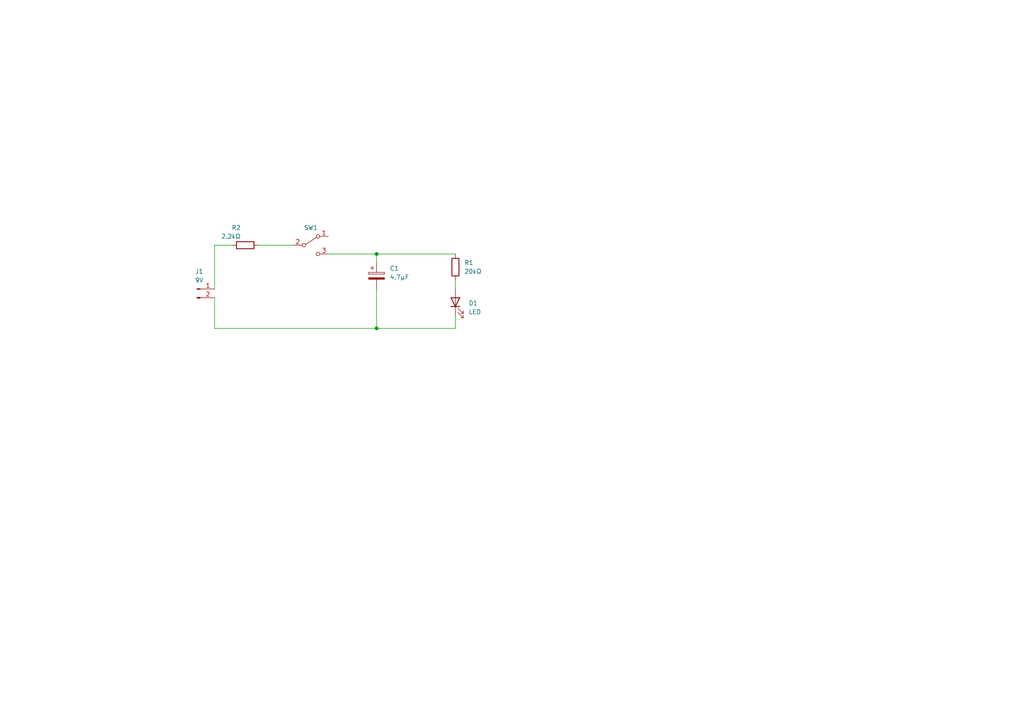
<source format=kicad_sch>
(kicad_sch (version 20211123) (generator eeschema)
  (paper "A4")
  (lib_symbols
    (symbol "Connector:Conn_01x02_Male" (pin_names (offset 1.016) hide)
      (property "Reference" "J" (at 0 2.54 0))
      (property "Value" "Conn_01x02_Male" (at 0 -5.08 0))
      (symbol "Conn_01x02_Male_1_1"
        (polyline (pts (xy 1.27 -2.54) (xy 0.8636 -2.54)) (stroke (width 0.1524)))
        (polyline (pts (xy 1.27 0) (xy 0.8636 0)) (stroke (width 0.1524)))
        (rectangle (start 0.8636 -2.413) (end 0 -2.667) (stroke (width 0.1524)) (fill (type outline)))
        (rectangle (start 0.8636 0.127) (end 0 -0.127) (stroke (width 0.1524)) (fill (type outline)))
        (pin passive line (at 5.08 0 180) (length 3.81) (name "Pin_1") (number "1"))
        (pin passive line (at 5.08 -2.54 180) (length 3.81) (name "Pin_2") (number "2"))
      )
    )
    (symbol "Device:C_Polarized" (pin_numbers hide) (pin_names (offset 0.254))
      (property "Reference" "C" (at 0.635 2.54 0))
      (property "Value" "C_Polarized" (at 0.635 -2.54 0))
      (symbol "C_Polarized_0_1"
        (rectangle (start -2.286 0.508) (end 2.286 1.016))
        (polyline (pts (xy -1.778 2.286) (xy -0.762 2.286)))
        (polyline (pts (xy -1.27 2.794) (xy -1.27 1.778)))
        (rectangle (start 2.286 -0.508) (end -2.286 -1.016) (fill (type outline)))
      )
      (symbol "C_Polarized_1_1"
        (pin passive line (at 0 3.81 270) (length 2.794) (name "~") (number "1"))
        (pin passive line (at 0 -3.81 90) (length 2.794) (name "~") (number "2"))
      )
    )
    (symbol "Device:LED" (pin_numbers hide) (pin_names (offset 1.016) hide)
      (property "Reference" "D" (at 0 2.54 0))
      (property "Value" "LED" (at 0 -2.54 0))
      (symbol "LED_0_1"
        (polyline (pts (xy -1.27 -1.27) (xy -1.27 1.27)) (stroke (width 0.254)))
        (polyline (pts (xy -1.27 0) (xy 1.27 0)))
        (polyline (pts (xy 1.27 -1.27) (xy 1.27 1.27) (xy -1.27 0) (xy 1.27 -1.27)) (stroke (width 0.254)))
        (polyline (pts (xy -3.048 -0.762) (xy -4.572 -2.286) (xy -3.81 -2.286) (xy -4.572 -2.286) (xy -4.572 -1.524)))
        (polyline (pts (xy -1.778 -0.762) (xy -3.302 -2.286) (xy -2.54 -2.286) (xy -3.302 -2.286) (xy -3.302 -1.524)))
      )
      (symbol "LED_1_1"
        (pin passive line (at -3.81 0 0) (length 2.54) (name "K") (number "1"))
        (pin passive line (at 3.81 0 180) (length 2.54) (name "A") (number "2"))
      )
    )
    (symbol "Device:R" (pin_numbers hide) (pin_names (offset 0))
      (property "Reference" "R" (at 2.032 0 90))
      (property "Value" "R" (at 0 0 90))
      (symbol "R_0_1"
        (rectangle (start -1.016 -2.54) (end 1.016 2.54) (stroke (width 0.254)))
      )
      (symbol "R_1_1"
        (pin passive line (at 0 3.81 270) (length 1.27) (name "~") (number "1"))
        (pin passive line (at 0 -3.81 90) (length 1.27) (name "~") (number "2"))
      )
    )
    (symbol "Switch:SW_SPDT" (pin_names (offset 0) hide)
      (property "Reference" "SW" (at 0 4.318 0))
      (property "Value" "SW_SPDT" (at 0 -5.08 0))
      (symbol "SW_SPDT_0_0"
        (circle (center -2.032 0) (radius 0.508))
        (circle (center 2.032 -2.54) (radius 0.508))
      )
      (symbol "SW_SPDT_0_1"
        (polyline (pts (xy -1.524 0.254) (xy 1.651 2.286)))
        (circle (center 2.032 2.54) (radius 0.508))
      )
      (symbol "SW_SPDT_1_1"
        (pin passive line (at 5.08 2.54 180) (length 2.54) (name "A") (number "1"))
        (pin passive line (at -5.08 0 0) (length 2.54) (name "B") (number "2"))
        (pin passive line (at 5.08 -2.54 180) (length 2.54) (name "C") (number "3"))
      )
    )
  )
  (junction (at 109.22 73.66))
  (junction (at 109.22 95.25))
  (wire (pts (xy 109.22 83.82) (xy 109.22 95.25)))
  (wire (pts (xy 74.93 71.12) (xy 85.09 71.12)))
  (wire (pts (xy 109.22 73.66) (xy 132.08 73.66)))
  (wire (pts (xy 132.08 81.28) (xy 132.08 83.82)))
  (wire (pts (xy 95.25 73.66) (xy 109.22 73.66)))
  (wire (pts (xy 62.23 86.36) (xy 62.23 95.25)))
  (wire (pts (xy 62.23 71.12) (xy 67.31 71.12)))
  (wire (pts (xy 62.23 95.25) (xy 109.22 95.25)))
  (wire (pts (xy 109.22 95.25) (xy 132.08 95.25)))
  (wire (pts (xy 109.22 73.66) (xy 109.22 76.2)))
  (wire (pts (xy 62.23 83.82) (xy 62.23 71.12)))
  (wire (pts (xy 132.08 95.25) (xy 132.08 91.44)))
  (symbol (lib_id "Device:C_Polarized") (at 109.22 80.01 0) (unit 1)
    (property "Reference" "C1" (at 113.03 77.8509 0) (effects (justify left)))
    (property "Value" "4.7µF" (at 113.03 80.3909 0) (effects (justify left)))
  )
  (symbol (lib_id "Connector:Conn_01x02_Male") (at 57.15 83.82 0) (unit 1)
    (property "Reference" "J1" (at 57.785 78.74 0))
    (property "Value" "9V" (at 57.785 81.28 0))
  )
  (symbol (lib_id "Device:R") (at 71.12 71.12 90) (unit 1)
    (property "Reference" "R2" (at 69.85 66.0399 90) (effects (justify left)))
    (property "Value" "2.2kΩ" (at 69.85 68.5799 90) (effects (justify left)))
  )
  (symbol (lib_id "Switch:SW_SPDT") (at 90.17 71.12 0) (unit 1)
    (property "Reference" "SW1" (at 90.17 66.04 0))
    (property "Value" "." (effects hide))
  )
  (symbol (lib_id "Device:LED") (at 132.08 87.63 90) (unit 1)
    (property "Reference" "D1" (at 135.89 87.9474 90) (effects (justify right)))
    (property "Value" "LED" (at 135.89 90.4874 90) (effects (justify right)))
  )
  (symbol (lib_id "Device:R") (at 132.08 77.47 0) (unit 1)
    (property "Reference" "R1" (at 134.62 76.1999 0) (effects (justify left)))
    (property "Value" "20kΩ" (at 134.62 78.7399 0) (effects (justify left)))
  )
)
</source>
